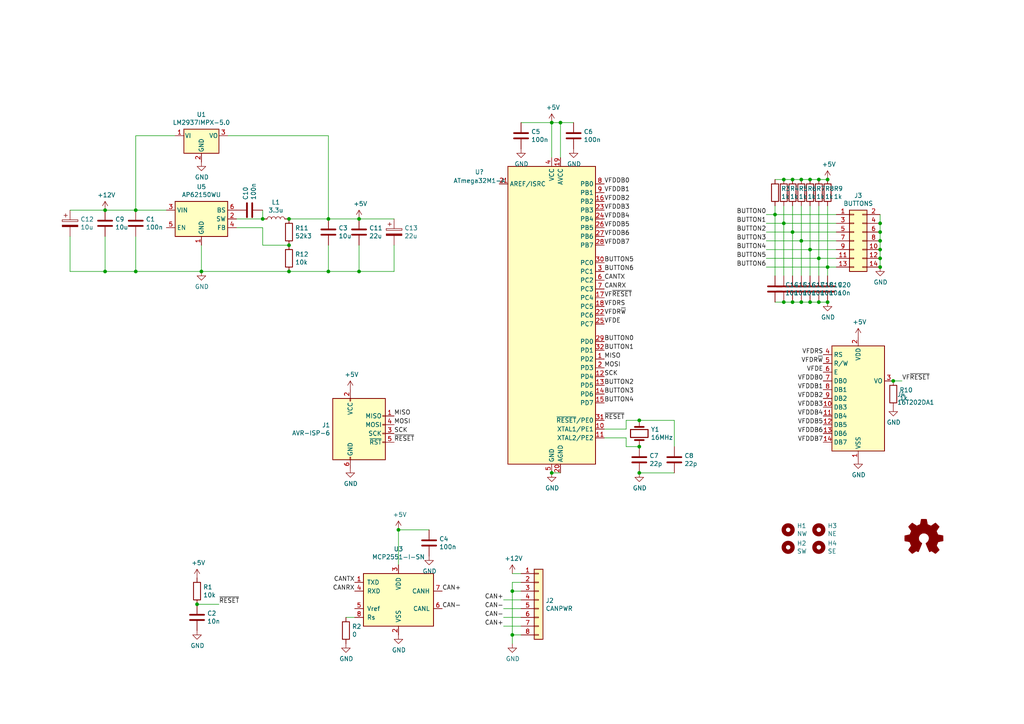
<source format=kicad_sch>
(kicad_sch (version 20211123) (generator eeschema)
  (paper "A4")
  (title_block (title "VFD Interface") (date "2021-10-21") (rev "2") (company "© 2021 oni"))
  (lib_symbols
    (symbol "Connector:AVR-ISP-6" (pin_names (offset 1.016))
      (property "Reference" "J" (at -6.35 11.43 0))
      (property "Value" "AVR-ISP-6" (at 0 11.43 0))
      (symbol "AVR-ISP-6_0_1"
        (rectangle (start -2.667 -6.858) (end -2.413 -7.62))
        (rectangle (start -2.667 10.16) (end -2.413 9.398))
        (rectangle (start 7.62 -2.413) (end 6.858 -2.667))
        (rectangle (start 7.62 0.127) (end 6.858 -0.127))
        (rectangle (start 7.62 2.667) (end 6.858 2.413))
        (rectangle (start 7.62 5.207) (end 6.858 4.953))
        (rectangle (start 7.62 10.16) (end -7.62 -7.62) (stroke (width 0.254)) (fill (type background)))
      )
      (symbol "AVR-ISP-6_1_1"
        (pin passive line (at 10.16 5.08 180) (length 2.54) (name "MISO") (number "1"))
        (pin passive line (at -2.54 12.7 270) (length 2.54) (name "VCC") (number "2"))
        (pin passive line (at 10.16 0 180) (length 2.54) (name "SCK") (number "3"))
        (pin passive line (at 10.16 2.54 180) (length 2.54) (name "MOSI") (number "4"))
        (pin passive line (at 10.16 -2.54 180) (length 2.54) (name "~{RST}") (number "5"))
        (pin passive line (at -2.54 -10.16 90) (length 2.54) (name "GND") (number "6"))
      )
    )
    (symbol "Connector_Generic:Conn_01x08" (pin_names (offset 1.016) hide)
      (property "Reference" "J" (at 0 10.16 0))
      (property "Value" "Conn_01x08" (at 0 -12.7 0))
      (symbol "Conn_01x08_1_1"
        (rectangle (start -1.27 -10.033) (end 0 -10.287) (stroke (width 0.1524)))
        (rectangle (start -1.27 -7.493) (end 0 -7.747) (stroke (width 0.1524)))
        (rectangle (start -1.27 -4.953) (end 0 -5.207) (stroke (width 0.1524)))
        (rectangle (start -1.27 -2.413) (end 0 -2.667) (stroke (width 0.1524)))
        (rectangle (start -1.27 0.127) (end 0 -0.127) (stroke (width 0.1524)))
        (rectangle (start -1.27 2.667) (end 0 2.413) (stroke (width 0.1524)))
        (rectangle (start -1.27 5.207) (end 0 4.953) (stroke (width 0.1524)))
        (rectangle (start -1.27 7.747) (end 0 7.493) (stroke (width 0.1524)))
        (rectangle (start -1.27 8.89) (end 1.27 -11.43) (stroke (width 0.254)) (fill (type background)))
        (pin passive line (at -5.08 7.62 0) (length 3.81) (name "Pin_1") (number "1"))
        (pin passive line (at -5.08 5.08 0) (length 3.81) (name "Pin_2") (number "2"))
        (pin passive line (at -5.08 2.54 0) (length 3.81) (name "Pin_3") (number "3"))
        (pin passive line (at -5.08 0 0) (length 3.81) (name "Pin_4") (number "4"))
        (pin passive line (at -5.08 -2.54 0) (length 3.81) (name "Pin_5") (number "5"))
        (pin passive line (at -5.08 -5.08 0) (length 3.81) (name "Pin_6") (number "6"))
        (pin passive line (at -5.08 -7.62 0) (length 3.81) (name "Pin_7") (number "7"))
        (pin passive line (at -5.08 -10.16 0) (length 3.81) (name "Pin_8") (number "8"))
      )
    )
    (symbol "Connector_Generic:Conn_02x07_Odd_Even" (pin_names (offset 1.016) hide)
      (property "Reference" "J" (at 1.27 10.16 0))
      (property "Value" "Conn_02x07_Odd_Even" (at 1.27 -10.16 0))
      (symbol "Conn_02x07_Odd_Even_1_1"
        (rectangle (start -1.27 -7.493) (end 0 -7.747) (stroke (width 0.1524)))
        (rectangle (start -1.27 -4.953) (end 0 -5.207) (stroke (width 0.1524)))
        (rectangle (start -1.27 -2.413) (end 0 -2.667) (stroke (width 0.1524)))
        (rectangle (start -1.27 0.127) (end 0 -0.127) (stroke (width 0.1524)))
        (rectangle (start -1.27 2.667) (end 0 2.413) (stroke (width 0.1524)))
        (rectangle (start -1.27 5.207) (end 0 4.953) (stroke (width 0.1524)))
        (rectangle (start -1.27 7.747) (end 0 7.493) (stroke (width 0.1524)))
        (rectangle (start -1.27 8.89) (end 3.81 -8.89) (stroke (width 0.254)) (fill (type background)))
        (rectangle (start 3.81 -7.493) (end 2.54 -7.747) (stroke (width 0.1524)))
        (rectangle (start 3.81 -4.953) (end 2.54 -5.207) (stroke (width 0.1524)))
        (rectangle (start 3.81 -2.413) (end 2.54 -2.667) (stroke (width 0.1524)))
        (rectangle (start 3.81 0.127) (end 2.54 -0.127) (stroke (width 0.1524)))
        (rectangle (start 3.81 2.667) (end 2.54 2.413) (stroke (width 0.1524)))
        (rectangle (start 3.81 5.207) (end 2.54 4.953) (stroke (width 0.1524)))
        (rectangle (start 3.81 7.747) (end 2.54 7.493) (stroke (width 0.1524)))
        (pin passive line (at -5.08 7.62 0) (length 3.81) (name "Pin_1") (number "1"))
        (pin passive line (at 7.62 -2.54 180) (length 3.81) (name "Pin_10") (number "10"))
        (pin passive line (at -5.08 -5.08 0) (length 3.81) (name "Pin_11") (number "11"))
        (pin passive line (at 7.62 -5.08 180) (length 3.81) (name "Pin_12") (number "12"))
        (pin passive line (at -5.08 -7.62 0) (length 3.81) (name "Pin_13") (number "13"))
        (pin passive line (at 7.62 -7.62 180) (length 3.81) (name "Pin_14") (number "14"))
        (pin passive line (at 7.62 7.62 180) (length 3.81) (name "Pin_2") (number "2"))
        (pin passive line (at -5.08 5.08 0) (length 3.81) (name "Pin_3") (number "3"))
        (pin passive line (at 7.62 5.08 180) (length 3.81) (name "Pin_4") (number "4"))
        (pin passive line (at -5.08 2.54 0) (length 3.81) (name "Pin_5") (number "5"))
        (pin passive line (at 7.62 2.54 180) (length 3.81) (name "Pin_6") (number "6"))
        (pin passive line (at -5.08 0 0) (length 3.81) (name "Pin_7") (number "7"))
        (pin passive line (at 7.62 0 180) (length 3.81) (name "Pin_8") (number "8"))
        (pin passive line (at -5.08 -2.54 0) (length 3.81) (name "Pin_9") (number "9"))
      )
    )
    (symbol "Device:C" (pin_numbers hide) (pin_names (offset 0.254))
      (property "Reference" "C" (at 0.635 2.54 0))
      (property "Value" "C" (at 0.635 -2.54 0))
      (symbol "C_0_1"
        (polyline (pts (xy -2.032 -0.762) (xy 2.032 -0.762)) (stroke (width 0.508)))
        (polyline (pts (xy -2.032 0.762) (xy 2.032 0.762)) (stroke (width 0.508)))
      )
      (symbol "C_1_1"
        (pin passive line (at 0 3.81 270) (length 2.794) (name "~") (number "1"))
        (pin passive line (at 0 -3.81 90) (length 2.794) (name "~") (number "2"))
      )
    )
    (symbol "Device:C_Polarized" (pin_numbers hide) (pin_names (offset 0.254))
      (property "Reference" "C" (at 0.635 2.54 0))
      (property "Value" "C_Polarized" (at 0.635 -2.54 0))
      (symbol "C_Polarized_0_1"
        (rectangle (start -2.286 0.508) (end 2.286 1.016))
        (polyline (pts (xy -1.778 2.286) (xy -0.762 2.286)))
        (polyline (pts (xy -1.27 2.794) (xy -1.27 1.778)))
        (rectangle (start 2.286 -0.508) (end -2.286 -1.016) (fill (type outline)))
      )
      (symbol "C_Polarized_1_1"
        (pin passive line (at 0 3.81 270) (length 2.794) (name "~") (number "1"))
        (pin passive line (at 0 -3.81 90) (length 2.794) (name "~") (number "2"))
      )
    )
    (symbol "Device:Crystal" (pin_numbers hide) (pin_names (offset 1.016) hide)
      (property "Reference" "Y" (at 0 3.81 0))
      (property "Value" "Crystal" (at 0 -3.81 0))
      (symbol "Crystal_0_1"
        (rectangle (start -1.143 2.54) (end 1.143 -2.54) (stroke (width 0.3048)))
        (polyline (pts (xy -2.54 0) (xy -1.905 0)))
        (polyline (pts (xy -1.905 -1.27) (xy -1.905 1.27)) (stroke (width 0.508)))
        (polyline (pts (xy 1.905 -1.27) (xy 1.905 1.27)) (stroke (width 0.508)))
        (polyline (pts (xy 2.54 0) (xy 1.905 0)))
      )
      (symbol "Crystal_1_1"
        (pin passive line (at -3.81 0 0) (length 1.27) (name "1") (number "1"))
        (pin passive line (at 3.81 0 180) (length 1.27) (name "2") (number "2"))
      )
    )
    (symbol "Device:L" (pin_numbers hide) (pin_names (offset 1.016) hide)
      (property "Reference" "L" (at -1.27 0 90))
      (property "Value" "L" (at 1.905 0 90))
      (symbol "L_0_1"
        (arc (start 0 -2.54) (mid 0.635 -1.905) (end 0 -1.27))
        (arc (start 0 -1.27) (mid 0.635 -0.635) (end 0 0))
        (arc (start 0 0) (mid 0.635 0.635) (end 0 1.27))
        (arc (start 0 1.27) (mid 0.635 1.905) (end 0 2.54))
      )
      (symbol "L_1_1"
        (pin passive line (at 0 3.81 270) (length 1.27) (name "1") (number "1"))
        (pin passive line (at 0 -3.81 90) (length 1.27) (name "2") (number "2"))
      )
    )
    (symbol "Device:R" (pin_numbers hide) (pin_names (offset 0))
      (property "Reference" "R" (at 2.032 0 90))
      (property "Value" "R" (at 0 0 90))
      (symbol "R_0_1"
        (rectangle (start -1.016 -2.54) (end 1.016 2.54) (stroke (width 0.254)))
      )
      (symbol "R_1_1"
        (pin passive line (at 0 3.81 270) (length 1.27) (name "~") (number "1"))
        (pin passive line (at 0 -3.81 90) (length 1.27) (name "~") (number "2"))
      )
    )
    (symbol "Display_Character:LM16255K"
      (property "Reference" "U" (at -6.35 16.51 0))
      (property "Value" "LM16255K" (at 4.318 16.51 0))
      (symbol "LM16255K_0_1"
        (rectangle (start -7.62 15.24) (end 7.62 -15.24) (stroke (width 0.254)) (fill (type background)))
      )
      (symbol "LM16255K_1_1"
        (pin power_in line (at 0 -17.78 90) (length 2.54) (name "VSS") (number "1"))
        (pin bidirectional line (at -10.16 -2.54 0) (length 2.54) (name "DB3") (number "10"))
        (pin bidirectional line (at -10.16 -5.08 0) (length 2.54) (name "DB4") (number "11"))
        (pin bidirectional line (at -10.16 -7.62 0) (length 2.54) (name "DB5") (number "12"))
        (pin bidirectional line (at -10.16 -10.16 0) (length 2.54) (name "DB6") (number "13"))
        (pin bidirectional line (at -10.16 -12.7 0) (length 2.54) (name "DB7") (number "14"))
        (pin power_in line (at 0 17.78 270) (length 2.54) (name "VDD") (number "2"))
        (pin power_in line (at 10.16 5.08 180) (length 2.54) (name "VO") (number "3"))
        (pin input line (at -10.16 12.7 0) (length 2.54) (name "RS") (number "4"))
        (pin input line (at -10.16 10.16 0) (length 2.54) (name "R/W") (number "5"))
        (pin input line (at -10.16 7.62 0) (length 2.54) (name "E") (number "6"))
        (pin bidirectional line (at -10.16 5.08 0) (length 2.54) (name "DB0") (number "7"))
        (pin bidirectional line (at -10.16 2.54 0) (length 2.54) (name "DB1") (number "8"))
        (pin bidirectional line (at -10.16 0 0) (length 2.54) (name "DB2") (number "9"))
      )
    )
    (symbol "Graphic:Logo_Open_Hardware_Small" (pin_names (offset 1.016))
      (symbol "Logo_Open_Hardware_Small_0_1"
        (polyline (pts (xy 3.3528 -4.3434) (xy 3.302 -4.318) (xy 3.175 -4.2418) (xy 2.9972 -4.1148) (xy 2.7686 -3.9624) (xy 2.54 -3.81) (xy 2.3622 -3.7084) (xy 2.2352 -3.6068) (xy 2.1844 -3.5814) (xy 2.159 -3.6068) (xy 2.0574 -3.6576) (xy 1.905 -3.7338) (xy 1.8034 -3.7846) (xy 1.6764 -3.8354) (xy 1.6002 -3.8354) (xy 1.6002 -3.8354) (xy 1.5494 -3.7338) (xy 1.4732 -3.5306) (xy 1.3462 -3.302) (xy 1.2446 -3.0226) (xy 1.1176 -2.7178) (xy 0.9652 -2.413) (xy 0.8636 -2.1082) (xy 0.7366 -1.8288) (xy 0.6604 -1.6256) (xy 0.6096 -1.4732) (xy 0.5842 -1.397) (xy 0.5842 -1.397) (xy 0.6604 -1.3208) (xy 0.7874 -1.2446) (xy 1.0414 -1.016) (xy 1.2954 -0.6858) (xy 1.4478 -0.3302) (xy 1.524 0.0762) (xy 1.4732 0.4572) (xy 1.3208 0.8128) (xy 1.0668 1.143) (xy 0.762 1.3716) (xy 0.4064 1.524) (xy 0 1.5748) (xy -0.381 1.5494) (xy -0.7366 1.397) (xy -1.0668 1.143) (xy -1.2192 0.9906) (xy -1.397 0.6604) (xy -1.524 0.3048) (xy -1.524 0.2286) (xy -1.4986 -0.1778) (xy -1.397 -0.5334) (xy -1.1938 -0.8636) (xy -0.9144 -1.143) (xy -0.8636 -1.1684) (xy -0.7366 -1.27) (xy -0.635 -1.3462) (xy -0.5842 -1.397) (xy -1.0668 -2.5908) (xy -1.143 -2.794) (xy -1.2954 -3.1242) (xy -1.397 -3.4036) (xy -1.4986 -3.6322) (xy -1.5748 -3.7846) (xy -1.6002 -3.8354) (xy -1.6002 -3.8354) (xy -1.651 -3.8354) (xy -1.7272 -3.81) (xy -1.905 -3.7338) (xy -2.0066 -3.683) (xy -2.1336 -3.6068) (xy -2.2098 -3.5814) (xy -2.2606 -3.6068) (xy -2.3622 -3.683) (xy -2.54 -3.81) (xy -2.7686 -3.9624) (xy -2.9718 -4.0894) (xy -3.1496 -4.2164) (xy -3.302 -4.318) (xy -3.3528 -4.3434) (xy -3.3782 -4.3434) (xy -3.429 -4.318) (xy -3.5306 -4.2164) (xy -3.7084 -4.064) (xy -3.937 -3.8354) (xy -3.9624 -3.81) (xy -4.1656 -3.6068) (xy -4.318 -3.4544) (xy -4.4196 -3.3274) (xy -4.445 -3.2766) (xy -4.445 -3.2766) (xy -4.4196 -3.2258) (xy -4.318 -3.0734) (xy -4.2164 -2.8956) (xy -4.064 -2.667) (xy -3.6576 -2.0828) (xy -3.8862 -1.5494) (xy -3.937 -1.3716) (xy -4.0386 -1.1684) (xy -4.0894 -1.0414) (xy -4.1148 -0.9652) (xy -4.191 -0.9398) (xy -4.318 -0.9144) (xy -4.5466 -0.8636) (xy -4.8006 -0.8128) (xy -5.0546 -0.7874) (xy -5.2578 -0.7366) (xy -5.4356 -0.7112) (xy -5.5118 -0.6858) (xy -5.5118 -0.6858) (xy -5.5372 -0.635) (xy -5.5372 -0.5588) (xy -5.5372 -0.4318) (xy -5.5626 -0.2286) (xy -5.5626 0.0762) (xy -5.5626 0.127) (xy -5.5372 0.4064) (xy -5.5372 0.635) (xy -5.5372 0.762) (xy -5.5372 0.8382) (xy -5.5372 0.8382) (xy -5.461 0.8382) (xy -5.3086 0.889) (xy -5.08 0.9144) (xy -4.826 0.9652) (xy -4.8006 0.9906) (xy -4.5466 1.0414) (xy -4.318 1.0668) (xy -4.1656 1.1176) (xy -4.0894 1.143) (xy -4.0894 1.143) (xy -4.0386 1.2446) (xy -3.9624 1.4224) (xy -3.8608 1.6256) (xy -3.7846 1.8288) (xy -3.7084 2.0066) (xy -3.6576 2.159) (xy -3.6322 2.2098) (xy -3.6322 2.2098) (xy -3.683 2.286) (xy -3.7592 2.413) (xy -3.8862 2.5908) (xy -4.064 2.8194) (xy -4.064 2.8448) (xy -4.2164 3.0734) (xy -4.3434 3.2512) (xy -4.4196 3.3782) (xy -4.445 3.4544) (xy -4.445 3.4544) (xy -4.3942 3.5052) (xy -4.2926 3.6322) (xy -4.1148 3.81) (xy -3.937 4.0132) (xy -3.8608 4.064) (xy -3.6576 4.2926) (xy -3.5052 4.4196) (xy -3.4036 4.4958) (xy -3.3528 4.5212) (xy -3.3528 4.5212) (xy -3.302 4.4704) (xy -3.1496 4.3688) (xy -2.9718 4.2418) (xy -2.7432 4.0894) (xy -2.7178 4.0894) (xy -2.4892 3.937) (xy -2.3114 3.81) (xy -2.1844 3.7084) (xy -2.1336 3.683) (xy -2.1082 3.683) (xy -2.032 3.7084) (xy -1.8542 3.7592) (xy -1.6764 3.8354) (xy -1.4732 3.937) (xy -1.27 4.0132) (xy -1.143 4.064) (xy -1.0668 4.1148) (xy -1.0668 4.1148) (xy -1.0414 4.191) (xy -1.016 4.3434) (xy -0.9652 4.572) (xy -0.9144 4.8514) (xy -0.889 4.9022) (xy -0.8382 5.1562) (xy -0.8128 5.3848) (xy -0.7874 5.5372) (xy -0.762 5.588) (xy -0.7112 5.6134) (xy -0.5842 5.6134) (xy -0.4064 5.6134) (xy -0.1524 5.6134) (xy 0.0762 5.6134) (xy 0.3302 5.6134) (xy 0.5334 5.6134) (xy 0.6858 5.588) (xy 0.7366 5.588) (xy 0.7366 5.588) (xy 0.762 5.5118) (xy 0.8128 5.334) (xy 0.8382 5.1054) (xy 0.9144 4.826) (xy 0.9144 4.7752) (xy 0.9652 4.5212) (xy 1.016 4.2926) (xy 1.0414 4.1402) (xy 1.0668 4.0894) (xy 1.0668 4.0894) (xy 1.1938 4.0386) (xy 1.3716 3.9624) (xy 1.5748 3.8608) (xy 2.0828 3.6576) (xy 2.7178 4.0894) (xy 2.7686 4.1402) (xy 2.9972 4.2926) (xy 3.175 4.4196) (xy 3.302 4.4958) (xy 3.3782 4.5212) (xy 3.3782 4.5212) (xy 3.429 4.4704) (xy 3.556 4.3434) (xy 3.7338 4.191) (xy 3.9116 3.9878) (xy 4.064 3.8354) (xy 4.2418 3.6576) (xy 4.3434 3.556) (xy 4.4196 3.4798) (xy 4.4196 3.429) (xy 4.4196 3.4036) (xy 4.3942 3.3274) (xy 4.2926 3.2004) (xy 4.1656 2.9972) (xy 4.0132 2.794) (xy 3.8862 2.5908) (xy 3.7592 2.3876) (xy 3.6576 2.2352) (xy 3.6322 2.159) (xy 3.6322 2.1336) (xy 3.683 2.0066) (xy 3.7592 1.8288) (xy 3.8608 1.6002) (xy 4.064 1.1176) (xy 4.3942 1.0414) (xy 4.5974 1.016) (xy 4.8768 0.9652) (xy 5.1308 0.9144) (xy 5.5372 0.8382) (xy 5.5626 -0.6604) (xy 5.4864 -0.6858) (xy 5.4356 -0.6858) (xy 5.2832 -0.7366) (xy 5.0546 -0.762) (xy 4.8006 -0.8128) (xy 4.5974 -0.8636) (xy 4.3688 -0.9144) (xy 4.2164 -0.9398) (xy 4.1402 -0.9398) (xy 4.1148 -0.9652) (xy 4.064 -1.0668) (xy 3.9878 -1.2446) (xy 3.9116 -1.4478) (xy 3.81 -1.651) (xy 3.7338 -1.8542) (xy 3.683 -2.0066) (xy 3.6576 -2.0828) (xy 3.683 -2.1336) (xy 3.7846 -2.2606) (xy 3.8862 -2.4638) (xy 4.0386 -2.667) (xy 4.191 -2.8956) (xy 4.318 -3.0734) (xy 4.3942 -3.2004) (xy 4.445 -3.2766) (xy 4.4196 -3.3274) (xy 4.3434 -3.429) (xy 4.1656 -3.5814) (xy 3.937 -3.8354) (xy 3.8862 -3.8608) (xy 3.683 -4.064) (xy 3.5306 -4.2164) (xy 3.4036 -4.318) (xy 3.3528 -4.3434)) (fill (type outline)))
      )
    )
    (symbol "Interface_CAN_LIN:MCP2551-I-SN" (pin_names (offset 1.016))
      (property "Reference" "U" (at -10.16 8.89 0))
      (property "Value" "MCP2551-I-SN" (at 2.54 8.89 0))
      (symbol "MCP2551-I-SN_0_1"
        (rectangle (start -10.16 7.62) (end 10.16 -7.62) (stroke (width 0.254)) (fill (type background)))
      )
      (symbol "MCP2551-I-SN_1_1"
        (pin input line (at -12.7 5.08 0) (length 2.54) (name "TXD") (number "1"))
        (pin power_in line (at 0 -10.16 90) (length 2.54) (name "VSS") (number "2"))
        (pin power_in line (at 0 10.16 270) (length 2.54) (name "VDD") (number "3"))
        (pin output line (at -12.7 2.54 0) (length 2.54) (name "RXD") (number "4"))
        (pin power_out line (at -12.7 -2.54 0) (length 2.54) (name "Vref") (number "5"))
        (pin bidirectional line (at 12.7 -2.54 180) (length 2.54) (name "CANL") (number "6"))
        (pin bidirectional line (at 12.7 2.54 180) (length 2.54) (name "CANH") (number "7"))
        (pin input line (at -12.7 -5.08 0) (length 2.54) (name "Rs") (number "8"))
      )
    )
    (symbol "MCU_Microchip_ATmega:ATmega32M1-A"
      (property "Reference" "U" (at -12.7 44.45 0))
      (property "Value" "ATmega32M1-A" (at 5.08 -44.45 0))
      (symbol "ATmega32M1-A_0_1"
        (rectangle (start -12.7 -43.18) (end 12.7 43.18) (stroke (width 0.254)) (fill (type background)))
      )
      (symbol "ATmega32M1-A_1_1"
        (pin bidirectional line (at 15.24 -12.7 180) (length 2.54) (name "PD2") (number "1"))
        (pin bidirectional line (at 15.24 -33.02 180) (length 2.54) (name "XTAL1/PE1") (number "10"))
        (pin bidirectional line (at 15.24 -35.56 180) (length 2.54) (name "XTAL2/PE2") (number "11"))
        (pin bidirectional line (at 15.24 -17.78 180) (length 2.54) (name "PD4") (number "12"))
        (pin bidirectional line (at 15.24 -20.32 180) (length 2.54) (name "PD5") (number "13"))
        (pin bidirectional line (at 15.24 -22.86 180) (length 2.54) (name "PD6") (number "14"))
        (pin bidirectional line (at 15.24 -25.4 180) (length 2.54) (name "PD7") (number "15"))
        (pin bidirectional line (at 15.24 33.02 180) (length 2.54) (name "PB2") (number "16"))
        (pin bidirectional line (at 15.24 5.08 180) (length 2.54) (name "PC4") (number "17"))
        (pin bidirectional line (at 15.24 2.54 180) (length 2.54) (name "PC5") (number "18"))
        (pin power_in line (at 2.54 45.72 270) (length 2.54) (name "AVCC") (number "19"))
        (pin bidirectional line (at 15.24 -15.24 180) (length 2.54) (name "PD3") (number "2"))
        (pin power_in line (at 2.54 -45.72 90) (length 2.54) (name "AGND") (number "20"))
        (pin passive line (at -15.24 38.1 0) (length 2.54) (name "AREF/ISRC") (number "21"))
        (pin bidirectional line (at 15.24 0 180) (length 2.54) (name "PC6") (number "22"))
        (pin bidirectional line (at 15.24 30.48 180) (length 2.54) (name "PB3") (number "23"))
        (pin bidirectional line (at 15.24 27.94 180) (length 2.54) (name "PB4") (number "24"))
        (pin bidirectional line (at 15.24 -2.54 180) (length 2.54) (name "PC7") (number "25"))
        (pin bidirectional line (at 15.24 25.4 180) (length 2.54) (name "PB5") (number "26"))
        (pin bidirectional line (at 15.24 22.86 180) (length 2.54) (name "PB6") (number "27"))
        (pin bidirectional line (at 15.24 20.32 180) (length 2.54) (name "PB7") (number "28"))
        (pin bidirectional line (at 15.24 -7.62 180) (length 2.54) (name "PD0") (number "29"))
        (pin bidirectional line (at 15.24 12.7 180) (length 2.54) (name "PC1") (number "3"))
        (pin bidirectional line (at 15.24 15.24 180) (length 2.54) (name "PC0") (number "30"))
        (pin bidirectional line (at 15.24 -30.48 180) (length 2.54) (name "~{RESET}/PE0") (number "31"))
        (pin bidirectional line (at 15.24 -10.16 180) (length 2.54) (name "PD1") (number "32"))
        (pin power_in line (at 0 45.72 270) (length 2.54) (name "VCC") (number "4"))
        (pin power_in line (at 0 -45.72 90) (length 2.54) (name "GND") (number "5"))
        (pin bidirectional line (at 15.24 10.16 180) (length 2.54) (name "PC2") (number "6"))
        (pin bidirectional line (at 15.24 7.62 180) (length 2.54) (name "PC3") (number "7"))
        (pin bidirectional line (at 15.24 38.1 180) (length 2.54) (name "PB0") (number "8"))
        (pin bidirectional line (at 15.24 35.56 180) (length 2.54) (name "PB1") (number "9"))
      )
    )
    (symbol "Mechanical:MountingHole" (pin_names (offset 1.016))
      (property "Reference" "H" (at 0 5.08 0))
      (property "Value" "MountingHole" (at 0 3.175 0))
      (symbol "MountingHole_0_1"
        (circle (center 0 0) (radius 1.27) (stroke (width 1.27)))
      )
    )
    (symbol "Regulator_Linear:LM2937xMP" (pin_names (offset 0.254))
      (property "Reference" "U" (at -3.81 3.175 0))
      (property "Value" "LM2937xMP" (at 0 3.175 0))
      (symbol "LM2937xMP_0_1"
        (rectangle (start -5.08 -5.08) (end 5.08 1.905) (stroke (width 0.254)) (fill (type background)))
      )
      (symbol "LM2937xMP_1_1"
        (pin power_in line (at -7.62 0 0) (length 2.54) (name "VI") (number "1"))
        (pin power_in line (at 0 -7.62 90) (length 2.54) (name "GND") (number "2"))
        (pin power_out line (at 7.62 0 180) (length 2.54) (name "VO") (number "3"))
      )
    )
    (symbol "Regulator_Switching:DIO6970"
      (property "Reference" "U" (at -7.62 6.35 0))
      (property "Value" "DIO6970" (at 0 6.35 0))
      (symbol "DIO6970_0_1"
        (rectangle (start -7.62 5.08) (end 7.62 -5.08) (stroke (width 0.254)) (fill (type background)))
      )
      (symbol "DIO6970_1_1"
        (pin power_in line (at 0 -7.62 90) (length 2.54) (name "GND") (number "1"))
        (pin power_out line (at 10.16 0 180) (length 2.54) (name "SW") (number "2"))
        (pin power_in line (at -10.16 2.54 0) (length 2.54) (name "VIN") (number "3"))
        (pin input line (at 10.16 -2.54 180) (length 2.54) (name "FB") (number "4"))
        (pin input line (at -10.16 -2.54 0) (length 2.54) (name "EN") (number "5"))
        (pin output line (at 10.16 2.54 180) (length 2.54) (name "BS") (number "6"))
      )
    )
    (symbol "power:+12V" (power) (pin_names (offset 0))
      (property "Value" "+12V" (at 0 3.556 0))
      (symbol "+12V_0_1"
        (polyline (pts (xy -0.762 1.27) (xy 0 2.54)))
        (polyline (pts (xy 0 0) (xy 0 2.54)))
        (polyline (pts (xy 0 2.54) (xy 0.762 1.27)))
      )
      (symbol "+12V_1_1"
        (pin power_in line (at 0 0 90) (length 0) hide (name "+12V") (number "1"))
      )
    )
    (symbol "power:+5V" (power) (pin_names (offset 0))
      (property "Value" "+5V" (at 0 3.556 0))
      (symbol "+5V_0_1"
        (polyline (pts (xy -0.762 1.27) (xy 0 2.54)))
        (polyline (pts (xy 0 0) (xy 0 2.54)))
        (polyline (pts (xy 0 2.54) (xy 0.762 1.27)))
      )
      (symbol "+5V_1_1"
        (pin power_in line (at 0 0 90) (length 0) hide (name "+5V") (number "1"))
      )
    )
    (symbol "power:GND" (power) (pin_names (offset 0))
      (property "Value" "GND" (at 0 -3.81 0))
      (symbol "GND_0_1"
        (polyline (pts (xy 0 0) (xy 0 -1.27) (xy 1.27 -1.27) (xy 0 -2.54) (xy -1.27 -1.27) (xy 0 -1.27)))
      )
      (symbol "GND_1_1"
        (pin power_in line (at 0 0 270) (length 0) hide (name "GND") (number "1"))
      )
    )
  )
  (junction (at 30.48 60.96))
  (junction (at 104.14 78.74))
  (junction (at 76.2 63.5))
  (junction (at 237.49 74.93))
  (junction (at 148.59 171.45))
  (junction (at 227.33 87.63))
  (junction (at 39.37 60.96))
  (junction (at 160.02 35.56))
  (junction (at 185.42 137.16))
  (junction (at 39.37 78.74))
  (junction (at 104.14 63.5))
  (junction (at 162.56 35.56))
  (junction (at 148.59 184.15))
  (junction (at 95.25 63.5))
  (junction (at 227.33 64.77))
  (junction (at 234.95 52.07))
  (junction (at 240.03 87.63))
  (junction (at 237.49 52.07))
  (junction (at 229.87 67.31))
  (junction (at 234.95 87.63))
  (junction (at 185.42 129.54))
  (junction (at 185.42 121.92))
  (junction (at 229.87 87.63))
  (junction (at 259.08 110.49))
  (junction (at 234.95 72.39))
  (junction (at 240.03 77.47))
  (junction (at 58.42 78.74))
  (junction (at 229.87 52.07))
  (junction (at 255.27 67.31))
  (junction (at 237.49 87.63))
  (junction (at 232.41 87.63))
  (junction (at 30.48 78.74))
  (junction (at 232.41 52.07))
  (junction (at 115.57 153.67))
  (junction (at 83.82 78.74))
  (junction (at 95.25 78.74))
  (junction (at 227.33 52.07))
  (junction (at 255.27 69.85))
  (junction (at 240.03 52.07))
  (junction (at 224.79 62.23))
  (junction (at 232.41 69.85))
  (junction (at 57.15 175.26))
  (junction (at 160.02 137.16))
  (junction (at 83.82 71.12))
  (junction (at 83.82 63.5))
  (junction (at 255.27 64.77))
  (junction (at 255.27 72.39))
  (junction (at 255.27 74.93))
  (junction (at 255.27 77.47))
  (wire (pts (xy 162.56 35.56) (xy 166.37 35.56)))
  (wire (pts (xy 229.87 59.69) (xy 229.87 67.31)))
  (wire (pts (xy 20.32 78.74) (xy 20.32 68.58)))
  (wire (pts (xy 95.25 71.12) (xy 95.25 78.74)))
  (wire (pts (xy 195.58 129.54) (xy 195.58 121.92)))
  (wire (pts (xy 50.8 39.37) (xy 39.37 39.37)))
  (wire (pts (xy 232.41 80.01) (xy 232.41 69.85)))
  (wire (pts (xy 76.2 63.5) (xy 68.58 63.5)))
  (wire (pts (xy 232.41 69.85) (xy 242.57 69.85)))
  (wire (pts (xy 224.79 52.07) (xy 227.33 52.07)))
  (wire (pts (xy 222.25 67.31) (xy 229.87 67.31)))
  (wire (pts (xy 39.37 39.37) (xy 39.37 60.96)))
  (wire (pts (xy 222.25 69.85) (xy 232.41 69.85)))
  (wire (pts (xy 181.61 121.92) (xy 185.42 121.92)))
  (wire (pts (xy 240.03 59.69) (xy 240.03 77.47)))
  (wire (pts (xy 222.25 64.77) (xy 227.33 64.77)))
  (wire (pts (xy 227.33 80.01) (xy 227.33 64.77)))
  (wire (pts (xy 261.62 110.49) (xy 259.08 110.49)))
  (wire (pts (xy 234.95 72.39) (xy 242.57 72.39)))
  (wire (pts (xy 237.49 59.69) (xy 237.49 74.93)))
  (wire (pts (xy 232.41 52.07) (xy 234.95 52.07)))
  (wire (pts (xy 146.05 173.99) (xy 151.13 173.99)))
  (wire (pts (xy 104.14 78.74) (xy 104.14 71.12)))
  (wire (pts (xy 39.37 78.74) (xy 58.42 78.74)))
  (wire (pts (xy 255.27 77.47) (xy 255.27 74.93)))
  (wire (pts (xy 146.05 179.07) (xy 151.13 179.07)))
  (wire (pts (xy 175.26 124.46) (xy 181.61 124.46)))
  (wire (pts (xy 100.33 179.07) (xy 102.87 179.07)))
  (wire (pts (xy 146.05 176.53) (xy 151.13 176.53)))
  (wire (pts (xy 185.42 137.16) (xy 195.58 137.16)))
  (wire (pts (xy 104.14 78.74) (xy 114.3 78.74)))
  (wire (pts (xy 240.03 80.01) (xy 240.03 77.47)))
  (wire (pts (xy 222.25 62.23) (xy 224.79 62.23)))
  (wire (pts (xy 255.27 67.31) (xy 255.27 64.77)))
  (wire (pts (xy 227.33 59.69) (xy 227.33 64.77)))
  (wire (pts (xy 229.87 87.63) (xy 227.33 87.63)))
  (wire (pts (xy 224.79 80.01) (xy 224.79 62.23)))
  (wire (pts (xy 234.95 59.69) (xy 234.95 72.39)))
  (wire (pts (xy 148.59 184.15) (xy 148.59 186.69)))
  (wire (pts (xy 237.49 74.93) (xy 242.57 74.93)))
  (wire (pts (xy 255.27 72.39) (xy 255.27 69.85)))
  (wire (pts (xy 151.13 168.91) (xy 148.59 168.91)))
  (wire (pts (xy 160.02 35.56) (xy 162.56 35.56)))
  (wire (pts (xy 232.41 87.63) (xy 229.87 87.63)))
  (wire (pts (xy 181.61 127) (xy 181.61 129.54)))
  (wire (pts (xy 83.82 71.12) (xy 76.2 71.12)))
  (wire (pts (xy 148.59 171.45) (xy 148.59 184.15)))
  (wire (pts (xy 58.42 78.74) (xy 58.42 71.12)))
  (wire (pts (xy 222.25 72.39) (xy 234.95 72.39)))
  (wire (pts (xy 195.58 121.92) (xy 185.42 121.92)))
  (wire (pts (xy 124.46 153.67) (xy 115.57 153.67)))
  (wire (pts (xy 30.48 60.96) (xy 20.32 60.96)))
  (wire (pts (xy 227.33 87.63) (xy 224.79 87.63)))
  (wire (pts (xy 148.59 166.37) (xy 151.13 166.37)))
  (wire (pts (xy 237.49 87.63) (xy 234.95 87.63)))
  (wire (pts (xy 104.14 63.5) (xy 114.3 63.5)))
  (wire (pts (xy 95.25 63.5) (xy 83.82 63.5)))
  (wire (pts (xy 151.13 171.45) (xy 148.59 171.45)))
  (wire (pts (xy 30.48 78.74) (xy 20.32 78.74)))
  (wire (pts (xy 95.25 39.37) (xy 95.25 63.5)))
  (wire (pts (xy 229.87 52.07) (xy 232.41 52.07)))
  (wire (pts (xy 227.33 64.77) (xy 242.57 64.77)))
  (wire (pts (xy 104.14 63.5) (xy 95.25 63.5)))
  (wire (pts (xy 39.37 60.96) (xy 48.26 60.96)))
  (wire (pts (xy 222.25 77.47) (xy 240.03 77.47)))
  (wire (pts (xy 30.48 78.74) (xy 39.37 78.74)))
  (wire (pts (xy 232.41 59.69) (xy 232.41 69.85)))
  (wire (pts (xy 237.49 52.07) (xy 240.03 52.07)))
  (wire (pts (xy 227.33 52.07) (xy 229.87 52.07)))
  (wire (pts (xy 222.25 74.93) (xy 237.49 74.93)))
  (wire (pts (xy 76.2 60.96) (xy 76.2 63.5)))
  (wire (pts (xy 224.79 59.69) (xy 224.79 62.23)))
  (wire (pts (xy 255.27 74.93) (xy 255.27 72.39)))
  (wire (pts (xy 30.48 60.96) (xy 39.37 60.96)))
  (wire (pts (xy 57.15 175.26) (xy 63.5 175.26)))
  (wire (pts (xy 95.25 78.74) (xy 83.82 78.74)))
  (wire (pts (xy 229.87 80.01) (xy 229.87 67.31)))
  (wire (pts (xy 151.13 35.56) (xy 160.02 35.56)))
  (wire (pts (xy 240.03 87.63) (xy 237.49 87.63)))
  (wire (pts (xy 66.04 39.37) (xy 95.25 39.37)))
  (wire (pts (xy 146.05 181.61) (xy 151.13 181.61)))
  (wire (pts (xy 224.79 62.23) (xy 242.57 62.23)))
  (wire (pts (xy 68.58 66.04) (xy 76.2 66.04)))
  (wire (pts (xy 30.48 68.58) (xy 30.48 78.74)))
  (wire (pts (xy 162.56 45.72) (xy 162.56 35.56)))
  (wire (pts (xy 160.02 137.16) (xy 162.56 137.16)))
  (wire (pts (xy 104.14 78.74) (xy 95.25 78.74)))
  (wire (pts (xy 229.87 67.31) (xy 242.57 67.31)))
  (wire (pts (xy 39.37 68.58) (xy 39.37 78.74)))
  (wire (pts (xy 234.95 87.63) (xy 232.41 87.63)))
  (wire (pts (xy 255.27 64.77) (xy 255.27 62.23)))
  (wire (pts (xy 58.42 78.74) (xy 83.82 78.74)))
  (wire (pts (xy 115.57 153.67) (xy 115.57 163.83)))
  (wire (pts (xy 181.61 124.46) (xy 181.61 121.92)))
  (wire (pts (xy 237.49 80.01) (xy 237.49 74.93)))
  (wire (pts (xy 160.02 45.72) (xy 160.02 35.56)))
  (wire (pts (xy 181.61 129.54) (xy 185.42 129.54)))
  (wire (pts (xy 76.2 66.04) (xy 76.2 71.12)))
  (wire (pts (xy 114.3 78.74) (xy 114.3 71.12)))
  (wire (pts (xy 148.59 168.91) (xy 148.59 171.45)))
  (wire (pts (xy 255.27 69.85) (xy 255.27 67.31)))
  (wire (pts (xy 234.95 80.01) (xy 234.95 72.39)))
  (wire (pts (xy 240.03 77.47) (xy 242.57 77.47)))
  (wire (pts (xy 151.13 184.15) (xy 148.59 184.15)))
  (wire (pts (xy 175.26 127) (xy 181.61 127)))
  (wire (pts (xy 234.95 52.07) (xy 237.49 52.07)))
  (label "VFDDB2" (at 175.26 58.42 0))
  (label "BUTTON1" (at 222.25 64.77 180))
  (label "CAN-" (at 146.05 179.07 180))
  (label "~{RESET}" (at 175.26 121.92 0))
  (label "BUTTON3" (at 175.26 114.3 0))
  (label "BUTTON0" (at 222.25 62.23 180))
  (label "VFDDB1" (at 175.26 55.88 0))
  (label "VFDDB4" (at 238.76 120.65 180))
  (label "BUTTON6" (at 222.25 77.47 180))
  (label "VF~{RESET}" (at 261.62 110.49 0))
  (label "CANRX" (at 102.87 171.45 180))
  (label "VF~{RESET}" (at 175.26 86.36 0))
  (label "VFDDB0" (at 238.76 110.49 180))
  (label "SCK" (at 175.26 109.22 0))
  (label "~{RESET}" (at 63.5 175.26 0))
  (label "BUTTON5" (at 175.26 76.2 0))
  (label "VFDRS" (at 175.26 88.9 0))
  (label "BUTTON3" (at 222.25 69.85 180))
  (label "VFDE" (at 238.76 107.95 180))
  (label "VFDR~{W}" (at 238.76 105.41 180))
  (label "BUTTON1" (at 175.26 101.6 0))
  (label "MISO" (at 114.3 120.65 0))
  (label "BUTTON5" (at 222.25 74.93 180))
  (label "BUTTON4" (at 175.26 116.84 0))
  (label "CANTX" (at 175.26 81.28 0))
  (label "CAN-" (at 146.05 176.53 180))
  (label "VFDDB6" (at 175.26 68.58 0))
  (label "MOSI" (at 175.26 106.68 0))
  (label "~{RESET}" (at 114.3 128.27 0))
  (label "VFDDB2" (at 238.76 115.57 180))
  (label "SCK" (at 114.3 125.73 0))
  (label "CAN+" (at 146.05 181.61 180))
  (label "VFDRS" (at 238.76 102.87 180))
  (label "VFDR~{W}" (at 175.26 91.44 0))
  (label "VFDDB3" (at 238.76 118.11 180))
  (label "CAN+" (at 146.05 173.99 180))
  (label "VFDDB7" (at 238.76 128.27 180))
  (label "VFDE" (at 175.26 93.98 0))
  (label "CANRX" (at 175.26 83.82 0))
  (label "MOSI" (at 114.3 123.19 0))
  (label "BUTTON4" (at 222.25 72.39 180))
  (label "BUTTON6" (at 175.26 78.74 0))
  (label "BUTTON2" (at 175.26 111.76 0))
  (label "VFDDB5" (at 175.26 66.04 0))
  (label "VFDDB5" (at 238.76 123.19 180))
  (label "VFDDB6" (at 238.76 125.73 180))
  (label "VFDDB4" (at 175.26 63.5 0))
  (label "BUTTON2" (at 222.25 67.31 180))
  (label "BUTTON0" (at 175.26 99.06 0))
  (label "MISO" (at 175.26 104.14 0))
  (label "VFDDB3" (at 175.26 60.96 0))
  (label "CANTX" (at 102.87 168.91 180))
  (label "VFDDB7" (at 175.26 71.12 0))
  (label "CAN+" (at 128.27 171.45 0))
  (label "CAN-" (at 128.27 176.53 0))
  (label "VFDDB1" (at 238.76 113.03 180))
  (label "VFDDB0" (at 175.26 53.34 0))
  (symbol (lib_id "Display_Character:LM16255K") (at 248.92 115.57 0) (unit 1)
    (property "Reference" "J4" (at 260.1976 114.4016 0) (effects (justify left)))
    (property "Value" "16T202DA1" (at 260.1976 116.713 0) (effects (justify left)))
    (property "Footprint" "Connector_PinSocket_2.54mm:PinSocket_2x07_P2.54mm_Vertical" (effects hide))
    (property "Datasheet" "https://datasheet.datasheetarchive.com/originals/distributors/Datasheets-29/DSA-573169.pdf" (effects hide))
  )
  (symbol (lib_id "power:+5V") (at 248.92 97.79 0) (unit 1)
    (property "Reference" "#PWR0101" (effects hide))
    (property "Value" "+5V" (at 249.301 93.3958 0))
  )
  (symbol (lib_id "power:GND") (at 248.92 133.35 0) (unit 1)
    (property "Reference" "#PWR0102" (effects hide))
    (property "Value" "GND" (at 249.047 137.7442 0))
  )
  (symbol (lib_id "power:+5V") (at 160.02 35.56 0) (unit 1)
    (property "Reference" "#PWR0103" (effects hide))
    (property "Value" "+5V" (at 160.401 31.1658 0))
  )
  (symbol (lib_id "power:GND") (at 160.02 137.16 0) (unit 1)
    (property "Reference" "#PWR0104" (effects hide))
    (property "Value" "GND" (at 160.147 141.5542 0))
  )
  (symbol (lib_id "Device:C") (at 166.37 39.37 0) (unit 1)
    (property "Reference" "C6" (at 169.291 38.2016 0) (effects (justify left)))
    (property "Value" "100n" (at 169.291 40.513 0) (effects (justify left)))
    (property "Footprint" "Capacitor_SMD:C_0805_2012Metric_Pad1.18x1.45mm_HandSolder" (effects hide))
  )
  (symbol (lib_id "power:GND") (at 166.37 43.18 0) (unit 1)
    (property "Reference" "#PWR0105" (effects hide))
    (property "Value" "GND" (at 166.497 47.5742 0))
  )
  (symbol (lib_id "Device:C") (at 151.13 39.37 0) (unit 1)
    (property "Reference" "C5" (at 154.051 38.2016 0) (effects (justify left)))
    (property "Value" "100n" (at 154.051 40.513 0) (effects (justify left)))
    (property "Footprint" "Capacitor_SMD:C_0805_2012Metric_Pad1.18x1.45mm_HandSolder" (effects hide))
  )
  (symbol (lib_id "power:GND") (at 151.13 43.18 0) (unit 1)
    (property "Reference" "#PWR0106" (effects hide))
    (property "Value" "GND" (at 151.257 47.5742 0))
  )
  (symbol (lib_id "Connector:AVR-ISP-6") (at 104.14 125.73 0) (unit 1)
    (property "Reference" "J1" (at 95.7834 123.2916 0) (effects (justify right)))
    (property "Value" "AVR-ISP-6" (at 95.7834 125.603 0) (effects (justify right)))
    (property "Footprint" "Connector_PinHeader_2.54mm:PinHeader_2x03_P2.54mm_Vertical" (effects hide))
    (property "Datasheet" " ~" (effects hide))
  )
  (symbol (lib_id "power:+5V") (at 101.6 113.03 0) (unit 1)
    (property "Reference" "#PWR0107" (effects hide))
    (property "Value" "+5V" (at 101.981 108.6358 0))
  )
  (symbol (lib_id "power:GND") (at 101.6 135.89 0) (unit 1)
    (property "Reference" "#PWR0108" (effects hide))
    (property "Value" "GND" (at 101.727 140.2842 0))
  )
  (symbol (lib_id "Device:Crystal") (at 185.42 125.73 270) (unit 1)
    (property "Reference" "Y1" (at 188.7474 124.5616 90) (effects (justify left)))
    (property "Value" "16MHz" (at 188.7474 126.873 90) (effects (justify left)))
    (property "Footprint" "Crystal:Crystal_SMD_HC49-SD" (effects hide))
  )
  (symbol (lib_id "Device:C") (at 195.58 133.35 180) (unit 1)
    (property "Reference" "C8" (at 198.501 132.1816 0) (effects (justify right)))
    (property "Value" "22p" (at 198.501 134.493 0) (effects (justify right)))
    (property "Footprint" "Capacitor_SMD:C_0805_2012Metric_Pad1.18x1.45mm_HandSolder" (effects hide))
  )
  (symbol (lib_id "Device:C") (at 185.42 133.35 180) (unit 1)
    (property "Reference" "C7" (at 188.341 132.1816 0) (effects (justify right)))
    (property "Value" "22p" (at 188.341 134.493 0) (effects (justify right)))
    (property "Footprint" "Capacitor_SMD:C_0805_2012Metric_Pad1.18x1.45mm_HandSolder" (effects hide))
  )
  (symbol (lib_id "power:GND") (at 185.42 137.16 0) (unit 1)
    (property "Reference" "#PWR0109" (effects hide))
    (property "Value" "GND" (at 185.547 141.5542 0))
  )
  (symbol (lib_id "Device:C") (at 57.15 179.07 0) (unit 1)
    (property "Reference" "C2" (at 60.071 177.9016 0) (effects (justify left)))
    (property "Value" "10n" (at 60.071 180.213 0) (effects (justify left)))
    (property "Footprint" "Capacitor_SMD:C_0805_2012Metric_Pad1.18x1.45mm_HandSolder" (effects hide))
  )
  (symbol (lib_id "power:GND") (at 57.15 182.88 0) (unit 1)
    (property "Reference" "#PWR0110" (effects hide))
    (property "Value" "GND" (at 57.277 187.2742 0))
  )
  (symbol (lib_id "power:+5V") (at 57.15 167.64 0) (unit 1)
    (property "Reference" "#PWR0111" (effects hide))
    (property "Value" "+5V" (at 57.531 163.2458 0))
  )
  (symbol (lib_id "Interface_CAN_LIN:MCP2551-I-SN") (at 115.57 173.99 0) (unit 1)
    (property "Reference" "U3" (at 115.57 159.2326 0))
    (property "Value" "MCP2551-I-SN" (at 115.57 161.544 0))
    (property "Footprint" "Package_SO:SOIC-8_3.9x4.9mm_P1.27mm" (effects hide))
    (property "Datasheet" "http://ww1.microchip.com/downloads/en/devicedoc/21667d.pdf" (effects hide))
  )
  (symbol (lib_id "power:GND") (at 148.59 186.69 0) (unit 1)
    (property "Reference" "#PWR0112" (effects hide))
    (property "Value" "GND" (at 148.717 191.0842 0))
  )
  (symbol (lib_id "power:+5V") (at 115.57 153.67 0) (unit 1)
    (property "Reference" "#PWR0113" (effects hide))
    (property "Value" "+5V" (at 115.951 149.2758 0))
  )
  (symbol (lib_id "Device:C") (at 124.46 157.48 0) (unit 1)
    (property "Reference" "C4" (at 127.381 156.3116 0) (effects (justify left)))
    (property "Value" "100n" (at 127.381 158.623 0) (effects (justify left)))
    (property "Footprint" "Capacitor_SMD:C_0805_2012Metric_Pad1.18x1.45mm_HandSolder" (effects hide))
  )
  (symbol (lib_id "power:GND") (at 115.57 184.15 0) (unit 1)
    (property "Reference" "#PWR0114" (effects hide))
    (property "Value" "GND" (at 115.697 188.5442 0))
  )
  (symbol (lib_id "power:GND") (at 124.46 161.29 0) (unit 1)
    (property "Reference" "#PWR0115" (effects hide))
    (property "Value" "GND" (at 124.587 165.6842 0))
  )
  (symbol (lib_id "Device:R") (at 100.33 182.88 0) (unit 1)
    (property "Reference" "R2" (at 102.108 181.7116 0) (effects (justify left)))
    (property "Value" "0" (at 102.108 184.023 0) (effects (justify left)))
    (property "Footprint" "Resistor_SMD:R_0805_2012Metric_Pad1.20x1.40mm_HandSolder" (effects hide))
  )
  (symbol (lib_id "power:GND") (at 100.33 186.69 0) (unit 1)
    (property "Reference" "#PWR0116" (effects hide))
    (property "Value" "GND" (at 100.457 191.0842 0))
  )
  (symbol (lib_id "Connector_Generic:Conn_01x08") (at 156.21 173.99 0) (unit 1)
    (property "Reference" "J2" (at 158.242 174.1932 0) (effects (justify left)))
    (property "Value" "CANPWR" (at 158.242 176.5046 0) (effects (justify left)))
    (property "Footprint" "TerminalBlock_Phoenix:TerminalBlock_Phoenix_MPT-0,5-8-2.54_1x08_P2.54mm_Horizontal" (effects hide))
  )
  (symbol (lib_id "power:GND") (at 58.42 46.99 0) (unit 1)
    (property "Reference" "#PWR0118" (effects hide))
    (property "Value" "GND" (at 58.547 51.3842 0))
  )
  (symbol (lib_id "Connector_Generic:Conn_02x07_Odd_Even") (at 247.65 69.85 0) (unit 1)
    (property "Reference" "J3" (at 248.92 56.7182 0))
    (property "Value" "BUTTONS" (at 248.92 59.0296 0))
    (property "Footprint" "Connector_PinHeader_2.54mm:PinHeader_2x07_P2.54mm_Vertical" (effects hide))
  )
  (symbol (lib_id "power:+12V") (at 148.59 166.37 0) (unit 1)
    (property "Reference" "#PWR0120" (effects hide))
    (property "Value" "+12V" (at 148.971 161.9758 0))
  )
  (symbol (lib_id "Device:C") (at 95.25 67.31 0) (unit 1)
    (property "Reference" "C3" (at 98.171 66.1416 0) (effects (justify left)))
    (property "Value" "10u" (at 98.171 68.453 0) (effects (justify left)))
    (property "Footprint" "Capacitor_SMD:C_0805_2012Metric_Pad1.18x1.45mm_HandSolder" (effects hide))
  )
  (symbol (lib_id "Device:C") (at 39.37 64.77 0) (unit 1)
    (property "Reference" "C1" (at 42.291 63.6016 0) (effects (justify left)))
    (property "Value" "100n" (at 42.291 65.913 0) (effects (justify left)))
    (property "Footprint" "Capacitor_SMD:C_0805_2012Metric_Pad1.18x1.45mm_HandSolder" (effects hide))
  )
  (symbol (lib_id "Regulator_Linear:LM2937xMP") (at 58.42 39.37 0) (unit 1)
    (property "Reference" "U1" (at 58.42 33.2232 0))
    (property "Value" "LM2937IMPX-5.0" (at 58.42 35.5346 0))
    (property "Footprint" "Package_TO_SOT_SMD:SOT-223-3_TabPin2" (effects hide))
    (property "Datasheet" "http://www.ti.com/lit/ds/symlink/lm2937.pdf" (effects hide))
  )
  (symbol (lib_id "power:GND") (at 255.27 77.47 0) (unit 1)
    (property "Reference" "#PWR0121" (effects hide))
    (property "Value" "GND" (at 255.397 81.8642 0))
  )
  (symbol (lib_id "Device:R") (at 224.79 55.88 0) (unit 1)
    (property "Reference" "R3" (at 226.568 54.7116 0) (effects (justify left)))
    (property "Value" "1k" (at 226.568 57.023 0) (effects (justify left)))
    (property "Footprint" "Resistor_SMD:R_0805_2012Metric_Pad1.20x1.40mm_HandSolder" (effects hide))
  )
  (symbol (lib_id "Device:R") (at 227.33 55.88 0) (unit 1)
    (property "Reference" "R4" (at 229.108 54.7116 0) (effects (justify left)))
    (property "Value" "1k" (at 229.108 57.023 0) (effects (justify left)))
    (property "Footprint" "Resistor_SMD:R_0805_2012Metric_Pad1.20x1.40mm_HandSolder" (effects hide))
  )
  (symbol (lib_id "Device:R") (at 229.87 55.88 0) (unit 1)
    (property "Reference" "R5" (at 231.648 54.7116 0) (effects (justify left)))
    (property "Value" "1k" (at 231.648 57.023 0) (effects (justify left)))
    (property "Footprint" "Resistor_SMD:R_0805_2012Metric_Pad1.20x1.40mm_HandSolder" (effects hide))
  )
  (symbol (lib_id "Device:R") (at 232.41 55.88 0) (unit 1)
    (property "Reference" "R6" (at 234.188 54.7116 0) (effects (justify left)))
    (property "Value" "1k" (at 234.188 57.023 0) (effects (justify left)))
    (property "Footprint" "Resistor_SMD:R_0805_2012Metric_Pad1.20x1.40mm_HandSolder" (effects hide))
  )
  (symbol (lib_id "Device:R") (at 234.95 55.88 0) (unit 1)
    (property "Reference" "R7" (at 236.728 54.7116 0) (effects (justify left)))
    (property "Value" "1k" (at 236.728 57.023 0) (effects (justify left)))
    (property "Footprint" "Resistor_SMD:R_0805_2012Metric_Pad1.20x1.40mm_HandSolder" (effects hide))
  )
  (symbol (lib_id "Device:R") (at 237.49 55.88 0) (unit 1)
    (property "Reference" "R8" (at 239.268 54.7116 0) (effects (justify left)))
    (property "Value" "1k" (at 239.268 57.023 0) (effects (justify left)))
    (property "Footprint" "Resistor_SMD:R_0805_2012Metric_Pad1.20x1.40mm_HandSolder" (effects hide))
  )
  (symbol (lib_id "Device:R") (at 240.03 55.88 0) (unit 1)
    (property "Reference" "R9" (at 241.808 54.7116 0) (effects (justify left)))
    (property "Value" "1k" (at 241.808 57.023 0) (effects (justify left)))
    (property "Footprint" "Resistor_SMD:R_0805_2012Metric_Pad1.20x1.40mm_HandSolder" (effects hide))
  )
  (symbol (lib_id "Device:R") (at 57.15 171.45 0) (unit 1)
    (property "Reference" "R1" (at 58.928 170.2816 0) (effects (justify left)))
    (property "Value" "10k" (at 58.928 172.593 0) (effects (justify left)))
    (property "Footprint" "Resistor_SMD:R_0805_2012Metric_Pad1.20x1.40mm_HandSolder" (effects hide))
  )
  (symbol (lib_id "power:+5V") (at 240.03 52.07 0) (unit 1)
    (property "Reference" "#PWR0122" (effects hide))
    (property "Value" "+5V" (at 240.411 47.6758 0))
  )
  (symbol (lib_id "Mechanical:MountingHole") (at 237.49 153.67 0) (unit 1)
    (property "Reference" "H3" (at 240.03 152.5016 0) (effects (justify left)))
    (property "Value" "NE" (at 240.03 154.813 0) (effects (justify left)))
    (property "Footprint" "MountingHole:MountingHole_2.7mm_M2.5_DIN965" (effects hide))
  )
  (symbol (lib_id "Mechanical:MountingHole") (at 237.49 158.75 0) (unit 1)
    (property "Reference" "H4" (at 240.03 157.5816 0) (effects (justify left)))
    (property "Value" "SE" (at 240.03 159.893 0) (effects (justify left)))
    (property "Footprint" "MountingHole:MountingHole_2.7mm_M2.5_DIN965" (effects hide))
  )
  (symbol (lib_id "Mechanical:MountingHole") (at 228.6 158.75 0) (unit 1)
    (property "Reference" "H2" (at 231.14 157.5816 0) (effects (justify left)))
    (property "Value" "SW" (at 231.14 159.893 0) (effects (justify left)))
    (property "Footprint" "MountingHole:MountingHole_2.7mm_M2.5_DIN965" (effects hide))
  )
  (symbol (lib_id "Mechanical:MountingHole") (at 228.6 153.67 0) (unit 1)
    (property "Reference" "H1" (at 231.14 152.5016 0) (effects (justify left)))
    (property "Value" "NW" (at 231.14 154.813 0) (effects (justify left)))
    (property "Footprint" "MountingHole:MountingHole_2.7mm_M2.5_DIN965" (effects hide))
  )
  (symbol (lib_id "Graphic:Logo_Open_Hardware_Small") (at 267.97 156.21 0) (unit 1)
    (property "Reference" "LOGO1" (effects hide))
    (property "Value" "Logo_Open_Hardware_Small" (effects hide))
    (property "Footprint" "Symbol:OSHW-Logo2_7.3x6mm_SilkScreen" (effects hide))
  )
  (symbol (lib_id "Device:C") (at 30.48 64.77 0) (unit 1)
    (property "Reference" "C9" (at 33.401 63.6016 0) (effects (justify left)))
    (property "Value" "10u" (at 33.401 65.913 0) (effects (justify left)))
    (property "Footprint" "Capacitor_SMD:C_1210_3225Metric_Pad1.33x2.70mm_HandSolder" (effects hide))
  )
  (symbol (lib_id "Device:C") (at 104.14 67.31 0) (unit 1)
    (property "Reference" "C11" (at 107.061 66.1416 0) (effects (justify left)))
    (property "Value" "22u" (at 107.061 68.453 0) (effects (justify left)))
    (property "Footprint" "Capacitor_SMD:C_1210_3225Metric_Pad1.33x2.70mm_HandSolder" (effects hide))
  )
  (symbol (lib_id "Device:L") (at 80.01 63.5 90) (unit 1)
    (property "Reference" "L1" (at 80.01 58.674 90))
    (property "Value" "3.3u" (at 80.01 60.9854 90))
    (property "Footprint" "Inductor_SMD:L_Taiyo-Yuden_NR-50xx_HandSoldering" (effects hide))
  )
  (symbol (lib_id "Device:C") (at 72.39 60.96 90) (unit 1)
    (property "Reference" "C10" (at 71.2216 58.039 0) (effects (justify left)))
    (property "Value" "100n" (at 73.533 58.039 0) (effects (justify left)))
    (property "Footprint" "Capacitor_SMD:C_0805_2012Metric_Pad1.18x1.45mm_HandSolder" (effects hide))
  )
  (symbol (lib_id "Device:R") (at 83.82 67.31 0) (unit 1)
    (property "Reference" "R11" (at 85.598 66.1416 0) (effects (justify left)))
    (property "Value" "52k3" (at 85.598 68.453 0) (effects (justify left)))
    (property "Footprint" "Resistor_SMD:R_0805_2012Metric_Pad1.20x1.40mm_HandSolder" (effects hide))
  )
  (symbol (lib_id "Device:R") (at 83.82 74.93 0) (unit 1)
    (property "Reference" "R12" (at 85.598 73.7616 0) (effects (justify left)))
    (property "Value" "10k" (at 85.598 76.073 0) (effects (justify left)))
    (property "Footprint" "Resistor_SMD:R_0805_2012Metric_Pad1.20x1.40mm_HandSolder" (effects hide))
  )
  (symbol (lib_id "power:+12V") (at 30.48 60.96 0) (unit 1)
    (property "Reference" "#PWR01" (effects hide))
    (property "Value" "+12V" (at 30.861 56.5658 0))
  )
  (symbol (lib_id "power:+5V") (at 104.14 63.5 0) (unit 1)
    (property "Reference" "#PWR03" (effects hide))
    (property "Value" "+5V" (at 104.521 59.1058 0))
  )
  (symbol (lib_id "power:GND") (at 58.42 78.74 0) (unit 1)
    (property "Reference" "#PWR02" (effects hide))
    (property "Value" "GND" (at 58.547 83.1342 0))
  )
  (symbol (lib_id "Regulator_Switching:DIO6970") (at 58.42 63.5 0) (unit 1)
    (property "Reference" "U5" (at 58.42 54.1782 0))
    (property "Value" " ‎AP62150WU" (at 58.42 56.4896 0))
    (property "Footprint" "Package_TO_SOT_SMD:SOT-23-6" (effects hide))
    (property "Datasheet" "http://www.dioo.com/uploads/product/20190313/7a4d03690a9be004035eb1035a429f24.pdf" (effects hide))
  )
  (symbol (lib_id "Device:R") (at 259.08 114.3 0) (unit 1)
    (property "Reference" "R10" (at 260.858 113.1316 0) (effects (justify left)))
    (property "Value" "1k" (at 260.858 115.443 0) (effects (justify left)))
    (property "Footprint" "Resistor_SMD:R_0805_2012Metric_Pad1.20x1.40mm_HandSolder" (effects hide))
  )
  (symbol (lib_id "power:GND") (at 259.08 118.11 0) (unit 1)
    (property "Reference" "#PWR0117" (effects hide))
    (property "Value" "GND" (at 259.207 122.5042 0))
  )
  (symbol (lib_id "Device:C_Polarized") (at 20.32 64.77 0) (unit 1)
    (property "Reference" "C12" (at 23.3172 63.6016 0) (effects (justify left)))
    (property "Value" "10u" (at 23.3172 65.913 0) (effects (justify left)))
    (property "Footprint" "Capacitor_SMD:CP_Elec_5x5.3" (effects hide))
  )
  (symbol (lib_id "Device:C_Polarized") (at 114.3 67.31 0) (unit 1)
    (property "Reference" "C13" (at 117.2972 66.1416 0) (effects (justify left)))
    (property "Value" "22u" (at 117.2972 68.453 0) (effects (justify left)))
    (property "Footprint" "Capacitor_SMD:CP_Elec_5x5.3" (effects hide))
  )
  (symbol (lib_id "Device:C") (at 240.03 83.82 0) (unit 1)
    (property "Reference" "C20" (at 242.951 82.6516 0) (effects (justify left)))
    (property "Value" "10n" (at 242.951 84.963 0) (effects (justify left)))
    (property "Footprint" "Capacitor_SMD:C_0805_2012Metric_Pad1.18x1.45mm_HandSolder" (effects hide))
  )
  (symbol (lib_id "power:GND") (at 240.03 87.63 0) (unit 1)
    (property "Reference" "#PWR0119" (effects hide))
    (property "Value" "GND" (at 240.157 92.0242 0))
  )
  (symbol (lib_id "Device:C") (at 237.49 83.82 0) (unit 1)
    (property "Reference" "C19" (at 240.411 82.6516 0) (effects (justify left)))
    (property "Value" "10n" (at 240.411 84.963 0) (effects (justify left)))
    (property "Footprint" "Capacitor_SMD:C_0805_2012Metric_Pad1.18x1.45mm_HandSolder" (effects hide))
  )
  (symbol (lib_id "Device:C") (at 234.95 83.82 0) (unit 1)
    (property "Reference" "C18" (at 237.871 82.6516 0) (effects (justify left)))
    (property "Value" "10n" (at 237.871 84.963 0) (effects (justify left)))
    (property "Footprint" "Capacitor_SMD:C_0805_2012Metric_Pad1.18x1.45mm_HandSolder" (effects hide))
  )
  (symbol (lib_id "Device:C") (at 232.41 83.82 0) (unit 1)
    (property "Reference" "C17" (at 235.331 82.6516 0) (effects (justify left)))
    (property "Value" "10n" (at 235.331 84.963 0) (effects (justify left)))
    (property "Footprint" "Capacitor_SMD:C_0805_2012Metric_Pad1.18x1.45mm_HandSolder" (effects hide))
  )
  (symbol (lib_id "Device:C") (at 229.87 83.82 0) (unit 1)
    (property "Reference" "C16" (at 232.791 82.6516 0) (effects (justify left)))
    (property "Value" "10n" (at 232.791 84.963 0) (effects (justify left)))
    (property "Footprint" "Capacitor_SMD:C_0805_2012Metric_Pad1.18x1.45mm_HandSolder" (effects hide))
  )
  (symbol (lib_id "Device:C") (at 227.33 83.82 0) (unit 1)
    (property "Reference" "C15" (at 230.251 82.6516 0) (effects (justify left)))
    (property "Value" "10n" (at 230.251 84.963 0) (effects (justify left)))
    (property "Footprint" "Capacitor_SMD:C_0805_2012Metric_Pad1.18x1.45mm_HandSolder" (effects hide))
  )
  (symbol (lib_id "Device:C") (at 224.79 83.82 0) (unit 1)
    (property "Reference" "C14" (at 227.711 82.6516 0) (effects (justify left)))
    (property "Value" "10n" (at 227.711 84.963 0) (effects (justify left)))
    (property "Footprint" "Capacitor_SMD:C_0805_2012Metric_Pad1.18x1.45mm_HandSolder" (effects hide))
  )
  (symbol (lib_id "MCU_Microchip_ATmega:ATmega32M1-A") (at 160.02 91.44 0) (unit 1)
    (property "Reference" "U?" (at 139.0401 49.8816 0))
    (property "Value" "ATmega32M1-A" (at 139.0401 52.4185 0))
    (property "Footprint" "Package_QFP:TQFP-32_7x7mm_P0.8mm" (effects hide))
    (property "Datasheet" "http://ww1.microchip.com/downloads/en/DeviceDoc/Atmel-8209-8-bit%20AVR%20ATmega16M1-32M1-64M1_Datasheet.pdf" (effects hide))
  )
)
</source>
